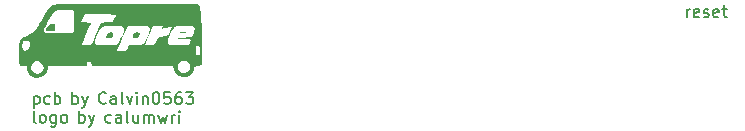
<source format=gbr>
%TF.GenerationSoftware,KiCad,Pcbnew,(7.0.0)*%
%TF.CreationDate,2024-05-04T22:14:48+02:00*%
%TF.ProjectId,plate,706c6174-652e-46b6-9963-61645f706362,rev?*%
%TF.SameCoordinates,Original*%
%TF.FileFunction,Legend,Top*%
%TF.FilePolarity,Positive*%
%FSLAX46Y46*%
G04 Gerber Fmt 4.6, Leading zero omitted, Abs format (unit mm)*
G04 Created by KiCad (PCBNEW (7.0.0)) date 2024-05-04 22:14:48*
%MOMM*%
%LPD*%
G01*
G04 APERTURE LIST*
%ADD10C,0.200000*%
%ADD11C,0.150000*%
G04 APERTURE END LIST*
D10*
X117855952Y-94238630D02*
X117760714Y-94191011D01*
X117760714Y-94191011D02*
X117713095Y-94095773D01*
X117713095Y-94095773D02*
X117713095Y-93238630D01*
X118379762Y-94238630D02*
X118284524Y-94191011D01*
X118284524Y-94191011D02*
X118236905Y-94143392D01*
X118236905Y-94143392D02*
X118189286Y-94048154D01*
X118189286Y-94048154D02*
X118189286Y-93762440D01*
X118189286Y-93762440D02*
X118236905Y-93667202D01*
X118236905Y-93667202D02*
X118284524Y-93619583D01*
X118284524Y-93619583D02*
X118379762Y-93571964D01*
X118379762Y-93571964D02*
X118522619Y-93571964D01*
X118522619Y-93571964D02*
X118617857Y-93619583D01*
X118617857Y-93619583D02*
X118665476Y-93667202D01*
X118665476Y-93667202D02*
X118713095Y-93762440D01*
X118713095Y-93762440D02*
X118713095Y-94048154D01*
X118713095Y-94048154D02*
X118665476Y-94143392D01*
X118665476Y-94143392D02*
X118617857Y-94191011D01*
X118617857Y-94191011D02*
X118522619Y-94238630D01*
X118522619Y-94238630D02*
X118379762Y-94238630D01*
X119570238Y-93571964D02*
X119570238Y-94381488D01*
X119570238Y-94381488D02*
X119522619Y-94476726D01*
X119522619Y-94476726D02*
X119475000Y-94524345D01*
X119475000Y-94524345D02*
X119379762Y-94571964D01*
X119379762Y-94571964D02*
X119236905Y-94571964D01*
X119236905Y-94571964D02*
X119141667Y-94524345D01*
X119570238Y-94191011D02*
X119475000Y-94238630D01*
X119475000Y-94238630D02*
X119284524Y-94238630D01*
X119284524Y-94238630D02*
X119189286Y-94191011D01*
X119189286Y-94191011D02*
X119141667Y-94143392D01*
X119141667Y-94143392D02*
X119094048Y-94048154D01*
X119094048Y-94048154D02*
X119094048Y-93762440D01*
X119094048Y-93762440D02*
X119141667Y-93667202D01*
X119141667Y-93667202D02*
X119189286Y-93619583D01*
X119189286Y-93619583D02*
X119284524Y-93571964D01*
X119284524Y-93571964D02*
X119475000Y-93571964D01*
X119475000Y-93571964D02*
X119570238Y-93619583D01*
X120189286Y-94238630D02*
X120094048Y-94191011D01*
X120094048Y-94191011D02*
X120046429Y-94143392D01*
X120046429Y-94143392D02*
X119998810Y-94048154D01*
X119998810Y-94048154D02*
X119998810Y-93762440D01*
X119998810Y-93762440D02*
X120046429Y-93667202D01*
X120046429Y-93667202D02*
X120094048Y-93619583D01*
X120094048Y-93619583D02*
X120189286Y-93571964D01*
X120189286Y-93571964D02*
X120332143Y-93571964D01*
X120332143Y-93571964D02*
X120427381Y-93619583D01*
X120427381Y-93619583D02*
X120475000Y-93667202D01*
X120475000Y-93667202D02*
X120522619Y-93762440D01*
X120522619Y-93762440D02*
X120522619Y-94048154D01*
X120522619Y-94048154D02*
X120475000Y-94143392D01*
X120475000Y-94143392D02*
X120427381Y-94191011D01*
X120427381Y-94191011D02*
X120332143Y-94238630D01*
X120332143Y-94238630D02*
X120189286Y-94238630D01*
X121551191Y-94238630D02*
X121551191Y-93238630D01*
X121551191Y-93619583D02*
X121646429Y-93571964D01*
X121646429Y-93571964D02*
X121836905Y-93571964D01*
X121836905Y-93571964D02*
X121932143Y-93619583D01*
X121932143Y-93619583D02*
X121979762Y-93667202D01*
X121979762Y-93667202D02*
X122027381Y-93762440D01*
X122027381Y-93762440D02*
X122027381Y-94048154D01*
X122027381Y-94048154D02*
X121979762Y-94143392D01*
X121979762Y-94143392D02*
X121932143Y-94191011D01*
X121932143Y-94191011D02*
X121836905Y-94238630D01*
X121836905Y-94238630D02*
X121646429Y-94238630D01*
X121646429Y-94238630D02*
X121551191Y-94191011D01*
X122360715Y-93571964D02*
X122598810Y-94238630D01*
X122836905Y-93571964D02*
X122598810Y-94238630D01*
X122598810Y-94238630D02*
X122503572Y-94476726D01*
X122503572Y-94476726D02*
X122455953Y-94524345D01*
X122455953Y-94524345D02*
X122360715Y-94571964D01*
X124246429Y-94191011D02*
X124151191Y-94238630D01*
X124151191Y-94238630D02*
X123960715Y-94238630D01*
X123960715Y-94238630D02*
X123865477Y-94191011D01*
X123865477Y-94191011D02*
X123817858Y-94143392D01*
X123817858Y-94143392D02*
X123770239Y-94048154D01*
X123770239Y-94048154D02*
X123770239Y-93762440D01*
X123770239Y-93762440D02*
X123817858Y-93667202D01*
X123817858Y-93667202D02*
X123865477Y-93619583D01*
X123865477Y-93619583D02*
X123960715Y-93571964D01*
X123960715Y-93571964D02*
X124151191Y-93571964D01*
X124151191Y-93571964D02*
X124246429Y-93619583D01*
X125103572Y-94238630D02*
X125103572Y-93714821D01*
X125103572Y-93714821D02*
X125055953Y-93619583D01*
X125055953Y-93619583D02*
X124960715Y-93571964D01*
X124960715Y-93571964D02*
X124770239Y-93571964D01*
X124770239Y-93571964D02*
X124675001Y-93619583D01*
X125103572Y-94191011D02*
X125008334Y-94238630D01*
X125008334Y-94238630D02*
X124770239Y-94238630D01*
X124770239Y-94238630D02*
X124675001Y-94191011D01*
X124675001Y-94191011D02*
X124627382Y-94095773D01*
X124627382Y-94095773D02*
X124627382Y-94000535D01*
X124627382Y-94000535D02*
X124675001Y-93905297D01*
X124675001Y-93905297D02*
X124770239Y-93857678D01*
X124770239Y-93857678D02*
X125008334Y-93857678D01*
X125008334Y-93857678D02*
X125103572Y-93810059D01*
X125722620Y-94238630D02*
X125627382Y-94191011D01*
X125627382Y-94191011D02*
X125579763Y-94095773D01*
X125579763Y-94095773D02*
X125579763Y-93238630D01*
X126532144Y-93571964D02*
X126532144Y-94238630D01*
X126103573Y-93571964D02*
X126103573Y-94095773D01*
X126103573Y-94095773D02*
X126151192Y-94191011D01*
X126151192Y-94191011D02*
X126246430Y-94238630D01*
X126246430Y-94238630D02*
X126389287Y-94238630D01*
X126389287Y-94238630D02*
X126484525Y-94191011D01*
X126484525Y-94191011D02*
X126532144Y-94143392D01*
X127008335Y-94238630D02*
X127008335Y-93571964D01*
X127008335Y-93667202D02*
X127055954Y-93619583D01*
X127055954Y-93619583D02*
X127151192Y-93571964D01*
X127151192Y-93571964D02*
X127294049Y-93571964D01*
X127294049Y-93571964D02*
X127389287Y-93619583D01*
X127389287Y-93619583D02*
X127436906Y-93714821D01*
X127436906Y-93714821D02*
X127436906Y-94238630D01*
X127436906Y-93714821D02*
X127484525Y-93619583D01*
X127484525Y-93619583D02*
X127579763Y-93571964D01*
X127579763Y-93571964D02*
X127722620Y-93571964D01*
X127722620Y-93571964D02*
X127817859Y-93619583D01*
X127817859Y-93619583D02*
X127865478Y-93714821D01*
X127865478Y-93714821D02*
X127865478Y-94238630D01*
X128246430Y-93571964D02*
X128436906Y-94238630D01*
X128436906Y-94238630D02*
X128627382Y-93762440D01*
X128627382Y-93762440D02*
X128817858Y-94238630D01*
X128817858Y-94238630D02*
X129008334Y-93571964D01*
X129389287Y-94238630D02*
X129389287Y-93571964D01*
X129389287Y-93762440D02*
X129436906Y-93667202D01*
X129436906Y-93667202D02*
X129484525Y-93619583D01*
X129484525Y-93619583D02*
X129579763Y-93571964D01*
X129579763Y-93571964D02*
X129675001Y-93571964D01*
X130008335Y-94238630D02*
X130008335Y-93571964D01*
X130008335Y-93238630D02*
X129960716Y-93286250D01*
X129960716Y-93286250D02*
X130008335Y-93333869D01*
X130008335Y-93333869D02*
X130055954Y-93286250D01*
X130055954Y-93286250D02*
X130008335Y-93238630D01*
X130008335Y-93238630D02*
X130008335Y-93333869D01*
D11*
X173005952Y-85298630D02*
X173005952Y-84631964D01*
X173005952Y-84822440D02*
X173053571Y-84727202D01*
X173053571Y-84727202D02*
X173101190Y-84679583D01*
X173101190Y-84679583D02*
X173196428Y-84631964D01*
X173196428Y-84631964D02*
X173291666Y-84631964D01*
X174005952Y-85251011D02*
X173910714Y-85298630D01*
X173910714Y-85298630D02*
X173720238Y-85298630D01*
X173720238Y-85298630D02*
X173625000Y-85251011D01*
X173625000Y-85251011D02*
X173577381Y-85155773D01*
X173577381Y-85155773D02*
X173577381Y-84774821D01*
X173577381Y-84774821D02*
X173625000Y-84679583D01*
X173625000Y-84679583D02*
X173720238Y-84631964D01*
X173720238Y-84631964D02*
X173910714Y-84631964D01*
X173910714Y-84631964D02*
X174005952Y-84679583D01*
X174005952Y-84679583D02*
X174053571Y-84774821D01*
X174053571Y-84774821D02*
X174053571Y-84870059D01*
X174053571Y-84870059D02*
X173577381Y-84965297D01*
X174434524Y-85251011D02*
X174529762Y-85298630D01*
X174529762Y-85298630D02*
X174720238Y-85298630D01*
X174720238Y-85298630D02*
X174815476Y-85251011D01*
X174815476Y-85251011D02*
X174863095Y-85155773D01*
X174863095Y-85155773D02*
X174863095Y-85108154D01*
X174863095Y-85108154D02*
X174815476Y-85012916D01*
X174815476Y-85012916D02*
X174720238Y-84965297D01*
X174720238Y-84965297D02*
X174577381Y-84965297D01*
X174577381Y-84965297D02*
X174482143Y-84917678D01*
X174482143Y-84917678D02*
X174434524Y-84822440D01*
X174434524Y-84822440D02*
X174434524Y-84774821D01*
X174434524Y-84774821D02*
X174482143Y-84679583D01*
X174482143Y-84679583D02*
X174577381Y-84631964D01*
X174577381Y-84631964D02*
X174720238Y-84631964D01*
X174720238Y-84631964D02*
X174815476Y-84679583D01*
X175672619Y-85251011D02*
X175577381Y-85298630D01*
X175577381Y-85298630D02*
X175386905Y-85298630D01*
X175386905Y-85298630D02*
X175291667Y-85251011D01*
X175291667Y-85251011D02*
X175244048Y-85155773D01*
X175244048Y-85155773D02*
X175244048Y-84774821D01*
X175244048Y-84774821D02*
X175291667Y-84679583D01*
X175291667Y-84679583D02*
X175386905Y-84631964D01*
X175386905Y-84631964D02*
X175577381Y-84631964D01*
X175577381Y-84631964D02*
X175672619Y-84679583D01*
X175672619Y-84679583D02*
X175720238Y-84774821D01*
X175720238Y-84774821D02*
X175720238Y-84870059D01*
X175720238Y-84870059D02*
X175244048Y-84965297D01*
X176005953Y-84631964D02*
X176386905Y-84631964D01*
X176148810Y-84298630D02*
X176148810Y-85155773D01*
X176148810Y-85155773D02*
X176196429Y-85251011D01*
X176196429Y-85251011D02*
X176291667Y-85298630D01*
X176291667Y-85298630D02*
X176386905Y-85298630D01*
D10*
X117713095Y-91984464D02*
X117713095Y-92984464D01*
X117713095Y-92032083D02*
X117808333Y-91984464D01*
X117808333Y-91984464D02*
X117998809Y-91984464D01*
X117998809Y-91984464D02*
X118094047Y-92032083D01*
X118094047Y-92032083D02*
X118141666Y-92079702D01*
X118141666Y-92079702D02*
X118189285Y-92174940D01*
X118189285Y-92174940D02*
X118189285Y-92460654D01*
X118189285Y-92460654D02*
X118141666Y-92555892D01*
X118141666Y-92555892D02*
X118094047Y-92603511D01*
X118094047Y-92603511D02*
X117998809Y-92651130D01*
X117998809Y-92651130D02*
X117808333Y-92651130D01*
X117808333Y-92651130D02*
X117713095Y-92603511D01*
X119046428Y-92603511D02*
X118951190Y-92651130D01*
X118951190Y-92651130D02*
X118760714Y-92651130D01*
X118760714Y-92651130D02*
X118665476Y-92603511D01*
X118665476Y-92603511D02*
X118617857Y-92555892D01*
X118617857Y-92555892D02*
X118570238Y-92460654D01*
X118570238Y-92460654D02*
X118570238Y-92174940D01*
X118570238Y-92174940D02*
X118617857Y-92079702D01*
X118617857Y-92079702D02*
X118665476Y-92032083D01*
X118665476Y-92032083D02*
X118760714Y-91984464D01*
X118760714Y-91984464D02*
X118951190Y-91984464D01*
X118951190Y-91984464D02*
X119046428Y-92032083D01*
X119475000Y-92651130D02*
X119475000Y-91651130D01*
X119475000Y-92032083D02*
X119570238Y-91984464D01*
X119570238Y-91984464D02*
X119760714Y-91984464D01*
X119760714Y-91984464D02*
X119855952Y-92032083D01*
X119855952Y-92032083D02*
X119903571Y-92079702D01*
X119903571Y-92079702D02*
X119951190Y-92174940D01*
X119951190Y-92174940D02*
X119951190Y-92460654D01*
X119951190Y-92460654D02*
X119903571Y-92555892D01*
X119903571Y-92555892D02*
X119855952Y-92603511D01*
X119855952Y-92603511D02*
X119760714Y-92651130D01*
X119760714Y-92651130D02*
X119570238Y-92651130D01*
X119570238Y-92651130D02*
X119475000Y-92603511D01*
X120979762Y-92651130D02*
X120979762Y-91651130D01*
X120979762Y-92032083D02*
X121075000Y-91984464D01*
X121075000Y-91984464D02*
X121265476Y-91984464D01*
X121265476Y-91984464D02*
X121360714Y-92032083D01*
X121360714Y-92032083D02*
X121408333Y-92079702D01*
X121408333Y-92079702D02*
X121455952Y-92174940D01*
X121455952Y-92174940D02*
X121455952Y-92460654D01*
X121455952Y-92460654D02*
X121408333Y-92555892D01*
X121408333Y-92555892D02*
X121360714Y-92603511D01*
X121360714Y-92603511D02*
X121265476Y-92651130D01*
X121265476Y-92651130D02*
X121075000Y-92651130D01*
X121075000Y-92651130D02*
X120979762Y-92603511D01*
X121789286Y-91984464D02*
X122027381Y-92651130D01*
X122265476Y-91984464D02*
X122027381Y-92651130D01*
X122027381Y-92651130D02*
X121932143Y-92889226D01*
X121932143Y-92889226D02*
X121884524Y-92936845D01*
X121884524Y-92936845D02*
X121789286Y-92984464D01*
X123817857Y-92555892D02*
X123770238Y-92603511D01*
X123770238Y-92603511D02*
X123627381Y-92651130D01*
X123627381Y-92651130D02*
X123532143Y-92651130D01*
X123532143Y-92651130D02*
X123389286Y-92603511D01*
X123389286Y-92603511D02*
X123294048Y-92508273D01*
X123294048Y-92508273D02*
X123246429Y-92413035D01*
X123246429Y-92413035D02*
X123198810Y-92222559D01*
X123198810Y-92222559D02*
X123198810Y-92079702D01*
X123198810Y-92079702D02*
X123246429Y-91889226D01*
X123246429Y-91889226D02*
X123294048Y-91793988D01*
X123294048Y-91793988D02*
X123389286Y-91698750D01*
X123389286Y-91698750D02*
X123532143Y-91651130D01*
X123532143Y-91651130D02*
X123627381Y-91651130D01*
X123627381Y-91651130D02*
X123770238Y-91698750D01*
X123770238Y-91698750D02*
X123817857Y-91746369D01*
X124675000Y-92651130D02*
X124675000Y-92127321D01*
X124675000Y-92127321D02*
X124627381Y-92032083D01*
X124627381Y-92032083D02*
X124532143Y-91984464D01*
X124532143Y-91984464D02*
X124341667Y-91984464D01*
X124341667Y-91984464D02*
X124246429Y-92032083D01*
X124675000Y-92603511D02*
X124579762Y-92651130D01*
X124579762Y-92651130D02*
X124341667Y-92651130D01*
X124341667Y-92651130D02*
X124246429Y-92603511D01*
X124246429Y-92603511D02*
X124198810Y-92508273D01*
X124198810Y-92508273D02*
X124198810Y-92413035D01*
X124198810Y-92413035D02*
X124246429Y-92317797D01*
X124246429Y-92317797D02*
X124341667Y-92270178D01*
X124341667Y-92270178D02*
X124579762Y-92270178D01*
X124579762Y-92270178D02*
X124675000Y-92222559D01*
X125294048Y-92651130D02*
X125198810Y-92603511D01*
X125198810Y-92603511D02*
X125151191Y-92508273D01*
X125151191Y-92508273D02*
X125151191Y-91651130D01*
X125579763Y-91984464D02*
X125817858Y-92651130D01*
X125817858Y-92651130D02*
X126055953Y-91984464D01*
X126436906Y-92651130D02*
X126436906Y-91984464D01*
X126436906Y-91651130D02*
X126389287Y-91698750D01*
X126389287Y-91698750D02*
X126436906Y-91746369D01*
X126436906Y-91746369D02*
X126484525Y-91698750D01*
X126484525Y-91698750D02*
X126436906Y-91651130D01*
X126436906Y-91651130D02*
X126436906Y-91746369D01*
X126913096Y-91984464D02*
X126913096Y-92651130D01*
X126913096Y-92079702D02*
X126960715Y-92032083D01*
X126960715Y-92032083D02*
X127055953Y-91984464D01*
X127055953Y-91984464D02*
X127198810Y-91984464D01*
X127198810Y-91984464D02*
X127294048Y-92032083D01*
X127294048Y-92032083D02*
X127341667Y-92127321D01*
X127341667Y-92127321D02*
X127341667Y-92651130D01*
X128008334Y-91651130D02*
X128103572Y-91651130D01*
X128103572Y-91651130D02*
X128198810Y-91698750D01*
X128198810Y-91698750D02*
X128246429Y-91746369D01*
X128246429Y-91746369D02*
X128294048Y-91841607D01*
X128294048Y-91841607D02*
X128341667Y-92032083D01*
X128341667Y-92032083D02*
X128341667Y-92270178D01*
X128341667Y-92270178D02*
X128294048Y-92460654D01*
X128294048Y-92460654D02*
X128246429Y-92555892D01*
X128246429Y-92555892D02*
X128198810Y-92603511D01*
X128198810Y-92603511D02*
X128103572Y-92651130D01*
X128103572Y-92651130D02*
X128008334Y-92651130D01*
X128008334Y-92651130D02*
X127913096Y-92603511D01*
X127913096Y-92603511D02*
X127865477Y-92555892D01*
X127865477Y-92555892D02*
X127817858Y-92460654D01*
X127817858Y-92460654D02*
X127770239Y-92270178D01*
X127770239Y-92270178D02*
X127770239Y-92032083D01*
X127770239Y-92032083D02*
X127817858Y-91841607D01*
X127817858Y-91841607D02*
X127865477Y-91746369D01*
X127865477Y-91746369D02*
X127913096Y-91698750D01*
X127913096Y-91698750D02*
X128008334Y-91651130D01*
X129246429Y-91651130D02*
X128770239Y-91651130D01*
X128770239Y-91651130D02*
X128722620Y-92127321D01*
X128722620Y-92127321D02*
X128770239Y-92079702D01*
X128770239Y-92079702D02*
X128865477Y-92032083D01*
X128865477Y-92032083D02*
X129103572Y-92032083D01*
X129103572Y-92032083D02*
X129198810Y-92079702D01*
X129198810Y-92079702D02*
X129246429Y-92127321D01*
X129246429Y-92127321D02*
X129294048Y-92222559D01*
X129294048Y-92222559D02*
X129294048Y-92460654D01*
X129294048Y-92460654D02*
X129246429Y-92555892D01*
X129246429Y-92555892D02*
X129198810Y-92603511D01*
X129198810Y-92603511D02*
X129103572Y-92651130D01*
X129103572Y-92651130D02*
X128865477Y-92651130D01*
X128865477Y-92651130D02*
X128770239Y-92603511D01*
X128770239Y-92603511D02*
X128722620Y-92555892D01*
X130151191Y-91651130D02*
X129960715Y-91651130D01*
X129960715Y-91651130D02*
X129865477Y-91698750D01*
X129865477Y-91698750D02*
X129817858Y-91746369D01*
X129817858Y-91746369D02*
X129722620Y-91889226D01*
X129722620Y-91889226D02*
X129675001Y-92079702D01*
X129675001Y-92079702D02*
X129675001Y-92460654D01*
X129675001Y-92460654D02*
X129722620Y-92555892D01*
X129722620Y-92555892D02*
X129770239Y-92603511D01*
X129770239Y-92603511D02*
X129865477Y-92651130D01*
X129865477Y-92651130D02*
X130055953Y-92651130D01*
X130055953Y-92651130D02*
X130151191Y-92603511D01*
X130151191Y-92603511D02*
X130198810Y-92555892D01*
X130198810Y-92555892D02*
X130246429Y-92460654D01*
X130246429Y-92460654D02*
X130246429Y-92222559D01*
X130246429Y-92222559D02*
X130198810Y-92127321D01*
X130198810Y-92127321D02*
X130151191Y-92079702D01*
X130151191Y-92079702D02*
X130055953Y-92032083D01*
X130055953Y-92032083D02*
X129865477Y-92032083D01*
X129865477Y-92032083D02*
X129770239Y-92079702D01*
X129770239Y-92079702D02*
X129722620Y-92127321D01*
X129722620Y-92127321D02*
X129675001Y-92222559D01*
X130579763Y-91651130D02*
X131198810Y-91651130D01*
X131198810Y-91651130D02*
X130865477Y-92032083D01*
X130865477Y-92032083D02*
X131008334Y-92032083D01*
X131008334Y-92032083D02*
X131103572Y-92079702D01*
X131103572Y-92079702D02*
X131151191Y-92127321D01*
X131151191Y-92127321D02*
X131198810Y-92222559D01*
X131198810Y-92222559D02*
X131198810Y-92460654D01*
X131198810Y-92460654D02*
X131151191Y-92555892D01*
X131151191Y-92555892D02*
X131103572Y-92603511D01*
X131103572Y-92603511D02*
X131008334Y-92651130D01*
X131008334Y-92651130D02*
X130722620Y-92651130D01*
X130722620Y-92651130D02*
X130627382Y-92603511D01*
X130627382Y-92603511D02*
X130579763Y-92555892D01*
%TO.C,G\u002A\u002A\u002A*%
G36*
X130463209Y-86522348D02*
G01*
X130544190Y-86548802D01*
X130560081Y-86587032D01*
X130513033Y-86627121D01*
X130417191Y-86657346D01*
X130295857Y-86669798D01*
X130179407Y-86664489D01*
X130098218Y-86641433D01*
X130082236Y-86626948D01*
X130082945Y-86572478D01*
X130152105Y-86532969D01*
X130278768Y-86513585D01*
X130325000Y-86512465D01*
X130463209Y-86522348D01*
G37*
G36*
X119496682Y-86180718D02*
G01*
X119485000Y-86491207D01*
X119118158Y-86502684D01*
X118944136Y-86506693D01*
X118833798Y-86503623D01*
X118770940Y-86490660D01*
X118739361Y-86464989D01*
X118726097Y-86434576D01*
X118728606Y-86331516D01*
X118779630Y-86206178D01*
X118866222Y-86087575D01*
X118892368Y-86061962D01*
X119026219Y-85973832D01*
X119196058Y-85904686D01*
X119359036Y-85871188D01*
X119385397Y-85870229D01*
X119508365Y-85870229D01*
X119496682Y-86180718D01*
G37*
G36*
X124388067Y-86599845D02*
G01*
X124444263Y-86630234D01*
X124442919Y-86685939D01*
X124413924Y-86787837D01*
X124381698Y-86870613D01*
X124295148Y-87072122D01*
X124060074Y-87072122D01*
X123921121Y-87067033D01*
X123847496Y-87049428D01*
X123825034Y-87015800D01*
X123825000Y-87013912D01*
X123846212Y-86914811D01*
X123898607Y-86790246D01*
X123965325Y-86678822D01*
X123978933Y-86661475D01*
X124048602Y-86621641D01*
X124159919Y-86596755D01*
X124283027Y-86588822D01*
X124388067Y-86599845D01*
G37*
G36*
X126628067Y-86599845D02*
G01*
X126684263Y-86630234D01*
X126682919Y-86685939D01*
X126653924Y-86787837D01*
X126621698Y-86870613D01*
X126535148Y-87072122D01*
X126300074Y-87072122D01*
X126161121Y-87067033D01*
X126087496Y-87049428D01*
X126065034Y-87015800D01*
X126065000Y-87013912D01*
X126086212Y-86914811D01*
X126138607Y-86790246D01*
X126205325Y-86678822D01*
X126218933Y-86661475D01*
X126288602Y-86621641D01*
X126399919Y-86596755D01*
X126523027Y-86588822D01*
X126628067Y-86599845D01*
G37*
G36*
X117747909Y-86504419D02*
G01*
X118553271Y-86504419D01*
X118593056Y-86572714D01*
X118615000Y-86588156D01*
X118676784Y-86601336D01*
X118804663Y-86612148D01*
X118986347Y-86620616D01*
X119209542Y-86626763D01*
X119461957Y-86630613D01*
X119731299Y-86632191D01*
X120005277Y-86631522D01*
X120271598Y-86628628D01*
X120517971Y-86623535D01*
X120732103Y-86616266D01*
X120901703Y-86606847D01*
X121014478Y-86595300D01*
X121057000Y-86583352D01*
X121073650Y-86527396D01*
X121087023Y-86405725D01*
X121097120Y-86232685D01*
X121103939Y-86022620D01*
X121107482Y-85789875D01*
X121107569Y-85710639D01*
X121705000Y-85710639D01*
X121742947Y-85728211D01*
X121848721Y-85741284D01*
X122010220Y-85748735D01*
X122129279Y-85750040D01*
X122325499Y-85752310D01*
X122451714Y-85759941D01*
X122517815Y-85774161D01*
X122533691Y-85796197D01*
X122532409Y-85800118D01*
X122510878Y-85849653D01*
X122461858Y-85961662D01*
X122390110Y-86125293D01*
X122300394Y-86329691D01*
X122197471Y-86564005D01*
X122128129Y-86721782D01*
X122020417Y-86968432D01*
X121924412Y-87191362D01*
X121844598Y-87379909D01*
X121785458Y-87523407D01*
X121751476Y-87611191D01*
X121745000Y-87633218D01*
X121783031Y-87651426D01*
X121889428Y-87664733D01*
X122052648Y-87672024D01*
X122157581Y-87673068D01*
X122570163Y-87673068D01*
X122696381Y-87382267D01*
X122906879Y-87382267D01*
X122926894Y-87486176D01*
X122986855Y-87562003D01*
X123080986Y-87617505D01*
X123150682Y-87638837D01*
X123256325Y-87653542D01*
X123408597Y-87662191D01*
X123618177Y-87665358D01*
X123895745Y-87663614D01*
X123932181Y-87663129D01*
X124194208Y-87658758D01*
X124388846Y-87653058D01*
X124528710Y-87644661D01*
X124626412Y-87632198D01*
X124694564Y-87614301D01*
X124745779Y-87589601D01*
X124772181Y-87571987D01*
X124841133Y-87497166D01*
X124929698Y-87364824D01*
X125028757Y-87192217D01*
X125129191Y-86996603D01*
X125221881Y-86795240D01*
X125297708Y-86605386D01*
X125324245Y-86527211D01*
X125360684Y-86339399D01*
X125334801Y-86198669D01*
X125245275Y-86100264D01*
X125198707Y-86074962D01*
X125119156Y-86057925D01*
X124968517Y-86044603D01*
X124755637Y-86035472D01*
X124489361Y-86031006D01*
X124373117Y-86030631D01*
X124072743Y-86031431D01*
X123839818Y-86038690D01*
X123661796Y-86059906D01*
X123526132Y-86102578D01*
X123420283Y-86174203D01*
X123331702Y-86282278D01*
X123247846Y-86434303D01*
X123156169Y-86637775D01*
X123087303Y-86799151D01*
X122987004Y-87049043D01*
X122926889Y-87239985D01*
X122906879Y-87382267D01*
X122696381Y-87382267D01*
X122987006Y-86712680D01*
X123403848Y-85752293D01*
X123897061Y-85741150D01*
X124390274Y-85730008D01*
X124527637Y-85417893D01*
X124589980Y-85274220D01*
X124637547Y-85160758D01*
X124662811Y-85095617D01*
X124665000Y-85087373D01*
X124626547Y-85082986D01*
X124517377Y-85078974D01*
X124346774Y-85075464D01*
X124124019Y-85072585D01*
X123858396Y-85070465D01*
X123559187Y-85069233D01*
X123333771Y-85068967D01*
X122002542Y-85068967D01*
X121853771Y-85370103D01*
X121785404Y-85512922D01*
X121733607Y-85629574D01*
X121706873Y-85700612D01*
X121705000Y-85710639D01*
X121107569Y-85710639D01*
X121107747Y-85548795D01*
X121104736Y-85313723D01*
X121098448Y-85099006D01*
X121088883Y-84918987D01*
X121076041Y-84788012D01*
X121059922Y-84720425D01*
X121056999Y-84716412D01*
X120998159Y-84697057D01*
X120876522Y-84682601D01*
X120709143Y-84673088D01*
X120513079Y-84668558D01*
X120305386Y-84669055D01*
X120103119Y-84674620D01*
X119923334Y-84685296D01*
X119783087Y-84701125D01*
X119725000Y-84713117D01*
X119590339Y-84776887D01*
X119445877Y-84898254D01*
X119288752Y-85080962D01*
X119116103Y-85328755D01*
X118925066Y-85645375D01*
X118712779Y-86034566D01*
X118708672Y-86042400D01*
X118609588Y-86247949D01*
X118558284Y-86399060D01*
X118553271Y-86504419D01*
X117747909Y-86504419D01*
X117839915Y-86409555D01*
X117972305Y-86231289D01*
X118112002Y-86003595D01*
X118270333Y-85714662D01*
X118283406Y-85689945D01*
X118474192Y-85335390D01*
X118638824Y-85046282D01*
X118783283Y-84814691D01*
X118913554Y-84632688D01*
X119035618Y-84492343D01*
X119155460Y-84385727D01*
X119279062Y-84304910D01*
X119358541Y-84265038D01*
X119383002Y-84254858D01*
X119412017Y-84245632D01*
X119449445Y-84237312D01*
X119499142Y-84229852D01*
X119564965Y-84223203D01*
X119650772Y-84217318D01*
X119760421Y-84212149D01*
X119897768Y-84207649D01*
X120066670Y-84203771D01*
X120270986Y-84200466D01*
X120514572Y-84197688D01*
X120801286Y-84195389D01*
X121134985Y-84193522D01*
X121519526Y-84192038D01*
X121958766Y-84190890D01*
X122456563Y-84190031D01*
X123016775Y-84189414D01*
X123643258Y-84188990D01*
X124339869Y-84188712D01*
X125110467Y-84188533D01*
X125575000Y-84188459D01*
X126388584Y-84188368D01*
X127125963Y-84188375D01*
X127790931Y-84188524D01*
X128387282Y-84188860D01*
X128918811Y-84189429D01*
X129389313Y-84190275D01*
X129802582Y-84191443D01*
X130162412Y-84192978D01*
X130472598Y-84194927D01*
X130736934Y-84197332D01*
X130959216Y-84200241D01*
X131143237Y-84203697D01*
X131292791Y-84207745D01*
X131411674Y-84212431D01*
X131503680Y-84217800D01*
X131572603Y-84223897D01*
X131622238Y-84230767D01*
X131656379Y-84238455D01*
X131678821Y-84247005D01*
X131693359Y-84256464D01*
X131698456Y-84261151D01*
X131742872Y-84332258D01*
X131782730Y-84454087D01*
X131818308Y-84629990D01*
X131849886Y-84863318D01*
X131877743Y-85157424D01*
X131902158Y-85515659D01*
X131923411Y-85941376D01*
X131941780Y-86437925D01*
X131957544Y-87008658D01*
X131968012Y-87497032D01*
X131973704Y-87838266D01*
X131977450Y-88161298D01*
X131979251Y-88455606D01*
X131979109Y-88710664D01*
X131977025Y-88915948D01*
X131972999Y-89060934D01*
X131967840Y-89130363D01*
X131929027Y-89273244D01*
X131854156Y-89369212D01*
X131729275Y-89428850D01*
X131540437Y-89462746D01*
X131528098Y-89464055D01*
X131392863Y-89484217D01*
X131323232Y-89512723D01*
X131304776Y-89551622D01*
X131266418Y-89767860D01*
X131162342Y-89969099D01*
X131006765Y-90143581D01*
X130813902Y-90279547D01*
X130597972Y-90365239D01*
X130373189Y-90388898D01*
X130301525Y-90381417D01*
X130036632Y-90304044D01*
X129823455Y-90165613D01*
X129663124Y-89967141D01*
X129557418Y-89711993D01*
X129491883Y-89475907D01*
X126082354Y-89475907D01*
X122672826Y-89475907D01*
X122669061Y-89465090D01*
X129888509Y-89465090D01*
X129909437Y-89647654D01*
X129980850Y-89790794D01*
X130125661Y-89936800D01*
X130296190Y-90015465D01*
X130477866Y-90023200D01*
X130655365Y-89956881D01*
X130813133Y-89822215D01*
X130909157Y-89656809D01*
X130938179Y-89476173D01*
X130894942Y-89295814D01*
X130885799Y-89277140D01*
X130764028Y-89114723D01*
X130605273Y-89010361D01*
X130426140Y-88970442D01*
X130243235Y-89001356D01*
X130208101Y-89016393D01*
X130042743Y-89132754D01*
X129934578Y-89287888D01*
X129888509Y-89465090D01*
X122669061Y-89465090D01*
X122628913Y-89349739D01*
X122597800Y-89237751D01*
X122585000Y-89147229D01*
X122574391Y-89101369D01*
X122529268Y-89081556D01*
X122429688Y-89081060D01*
X122395000Y-89083097D01*
X122280065Y-89093859D01*
X122222373Y-89118046D01*
X122199245Y-89172647D01*
X122191731Y-89235368D01*
X122171333Y-89344814D01*
X122139628Y-89422022D01*
X122136834Y-89425667D01*
X122107746Y-89438966D01*
X122040592Y-89449889D01*
X121929373Y-89458622D01*
X121768086Y-89465349D01*
X121550732Y-89470256D01*
X121271310Y-89473528D01*
X120923820Y-89475350D01*
X120508105Y-89475907D01*
X118921006Y-89475907D01*
X118872896Y-89709199D01*
X118787133Y-89950333D01*
X118645349Y-90150681D01*
X118460405Y-90303441D01*
X118245160Y-90401811D01*
X118012478Y-90438990D01*
X117775217Y-90408175D01*
X117645000Y-90358613D01*
X117530170Y-90298484D01*
X117438446Y-90242247D01*
X117420137Y-90228634D01*
X117299104Y-90093587D01*
X117196127Y-89914044D01*
X117130365Y-89725624D01*
X117120638Y-89671801D01*
X117098409Y-89503963D01*
X117472793Y-89503963D01*
X117482281Y-89660666D01*
X117535000Y-89787785D01*
X117664050Y-89949403D01*
X117838434Y-90047776D01*
X118019705Y-90076589D01*
X118135922Y-90067510D01*
X118226239Y-90029284D01*
X118324714Y-89946070D01*
X118346388Y-89924637D01*
X118479263Y-89752380D01*
X118532949Y-89579237D01*
X118508210Y-89401659D01*
X118475409Y-89326422D01*
X118354652Y-89167220D01*
X118199423Y-89068054D01*
X118026197Y-89028846D01*
X117851445Y-89049518D01*
X117691641Y-89129990D01*
X117563257Y-89270185D01*
X117529931Y-89330936D01*
X117472793Y-89503963D01*
X117098409Y-89503963D01*
X117094693Y-89475907D01*
X116897217Y-89475907D01*
X116725610Y-89464033D01*
X116612115Y-89420974D01*
X116537382Y-89335575D01*
X116498203Y-89245852D01*
X116477841Y-89143903D01*
X116462545Y-88977982D01*
X116452482Y-88764091D01*
X116447817Y-88518233D01*
X116448718Y-88256411D01*
X116451317Y-88153825D01*
X124747286Y-88153825D01*
X125140680Y-88153825D01*
X125534074Y-88153825D01*
X125609493Y-87985505D01*
X131407123Y-87985505D01*
X131407593Y-88055199D01*
X131418878Y-88263849D01*
X131451169Y-88402971D01*
X131508989Y-88481446D01*
X131596864Y-88508154D01*
X131637657Y-88506717D01*
X131765000Y-88494361D01*
X131765000Y-88138160D01*
X131758968Y-87934789D01*
X131737150Y-87801830D01*
X131693956Y-87730223D01*
X131623799Y-87710907D01*
X131521090Y-87734821D01*
X131517110Y-87736232D01*
X131458347Y-87761510D01*
X131425042Y-87798046D01*
X131410274Y-87865992D01*
X131407123Y-87985505D01*
X125609493Y-87985505D01*
X125641780Y-87913447D01*
X125749486Y-87673068D01*
X126197243Y-87672845D01*
X126463974Y-87667853D01*
X126665434Y-87651027D01*
X126772485Y-87628334D01*
X127151507Y-87628334D01*
X127167561Y-87652777D01*
X127219714Y-87666176D01*
X127322045Y-87671836D01*
X127488629Y-87673062D01*
X127513249Y-87673068D01*
X127890829Y-87673068D01*
X128023049Y-87390817D01*
X128042369Y-87354835D01*
X129051666Y-87354835D01*
X129086091Y-87490665D01*
X129175417Y-87597572D01*
X129279177Y-87645779D01*
X129345845Y-87651091D01*
X129477796Y-87655171D01*
X129660315Y-87657795D01*
X129878690Y-87658739D01*
X130084501Y-87658032D01*
X130804002Y-87653036D01*
X130892140Y-87472753D01*
X130950126Y-87351732D01*
X130980779Y-87265791D01*
X130975289Y-87208928D01*
X130924848Y-87175143D01*
X130820647Y-87158435D01*
X130653878Y-87152804D01*
X130421666Y-87152248D01*
X130189241Y-87150594D01*
X130027675Y-87145079D01*
X129927884Y-87134871D01*
X129880782Y-87119137D01*
X129874880Y-87102169D01*
X129913365Y-87077957D01*
X130014903Y-87058579D01*
X130185264Y-87043280D01*
X130410257Y-87032059D01*
X130659681Y-87019348D01*
X130843467Y-86999307D01*
X130975969Y-86965828D01*
X131071540Y-86912805D01*
X131144533Y-86834129D01*
X131209302Y-86723694D01*
X131229213Y-86683583D01*
X131303826Y-86480606D01*
X131321217Y-86304522D01*
X131281377Y-86166502D01*
X131229659Y-86106330D01*
X131186746Y-86077749D01*
X131130900Y-86057319D01*
X131049019Y-86043709D01*
X130927998Y-86035589D01*
X130754736Y-86031627D01*
X130516128Y-86030491D01*
X130483172Y-86030481D01*
X130212225Y-86031882D01*
X130008113Y-86037680D01*
X129857700Y-86050272D01*
X129747847Y-86072052D01*
X129665414Y-86105416D01*
X129597264Y-86152759D01*
X129544984Y-86201519D01*
X129486550Y-86283232D01*
X129411108Y-86421022D01*
X129326723Y-86596027D01*
X129241464Y-86789386D01*
X129163399Y-86982239D01*
X129100594Y-87155725D01*
X129061118Y-87290983D01*
X129051666Y-87354835D01*
X128042369Y-87354835D01*
X128112087Y-87224994D01*
X128211026Y-87102658D01*
X128336323Y-87012849D01*
X128504442Y-86944607D01*
X128731843Y-86886972D01*
X128801263Y-86872660D01*
X129117526Y-86809456D01*
X129251263Y-86491001D01*
X129311838Y-86343227D01*
X129358108Y-86223630D01*
X129382793Y-86151302D01*
X129385000Y-86140197D01*
X129349897Y-86122270D01*
X129257267Y-86124412D01*
X129126121Y-86143388D01*
X128975473Y-86175963D01*
X128824338Y-86218903D01*
X128735000Y-86250777D01*
X128599829Y-86299597D01*
X128528646Y-86308609D01*
X128513461Y-86272989D01*
X128546289Y-86187910D01*
X128566027Y-86148681D01*
X128627054Y-86030481D01*
X128216027Y-86031232D01*
X127805000Y-86031983D01*
X127492142Y-86768999D01*
X127394885Y-86999679D01*
X127307713Y-87209394D01*
X127235825Y-87385401D01*
X127184417Y-87514959D01*
X127158686Y-87585327D01*
X127157477Y-87589542D01*
X127151507Y-87628334D01*
X126772485Y-87628334D01*
X126815885Y-87619134D01*
X126929594Y-87568939D01*
X127020826Y-87497211D01*
X127034765Y-87483022D01*
X127092252Y-87401487D01*
X127167558Y-87265361D01*
X127252668Y-87092823D01*
X127339569Y-86902053D01*
X127420246Y-86711228D01*
X127486687Y-86538529D01*
X127530877Y-86402135D01*
X127545000Y-86325580D01*
X127517424Y-86229973D01*
X127450597Y-86132708D01*
X127446019Y-86128018D01*
X127347039Y-86028882D01*
X126498057Y-86039697D01*
X125649075Y-86050513D01*
X125297085Y-86871806D01*
X125187856Y-87126650D01*
X125082959Y-87371353D01*
X124988704Y-87591197D01*
X124911401Y-87771466D01*
X124857359Y-87897443D01*
X124846191Y-87923462D01*
X124747286Y-88153825D01*
X116451317Y-88153825D01*
X116455349Y-87994628D01*
X116467879Y-87748888D01*
X116476647Y-87640835D01*
X116738615Y-87640835D01*
X116740134Y-87796131D01*
X116753699Y-87941181D01*
X116779115Y-88053654D01*
X116815000Y-88110553D01*
X116954970Y-88150289D01*
X117098702Y-88111215D01*
X117160404Y-88070161D01*
X117256330Y-87973124D01*
X117325799Y-87871836D01*
X117364716Y-87754356D01*
X117382337Y-87613142D01*
X117378000Y-87478308D01*
X117351047Y-87379966D01*
X117337000Y-87360576D01*
X117271621Y-87334425D01*
X117156039Y-87317926D01*
X117019619Y-87312401D01*
X116891723Y-87319166D01*
X116808271Y-87336818D01*
X116772489Y-87388845D01*
X116749335Y-87497629D01*
X116738615Y-87640835D01*
X116476647Y-87640835D01*
X116480977Y-87587471D01*
X116506094Y-87413211D01*
X116550342Y-87277001D01*
X116625113Y-87166655D01*
X116741800Y-87069989D01*
X116911796Y-86974815D01*
X117146493Y-86868951D01*
X117156898Y-86864529D01*
X117373323Y-86765880D01*
X117551750Y-86665041D01*
X117703505Y-86550203D01*
X117747909Y-86504419D01*
G37*
%TD*%
M02*

</source>
